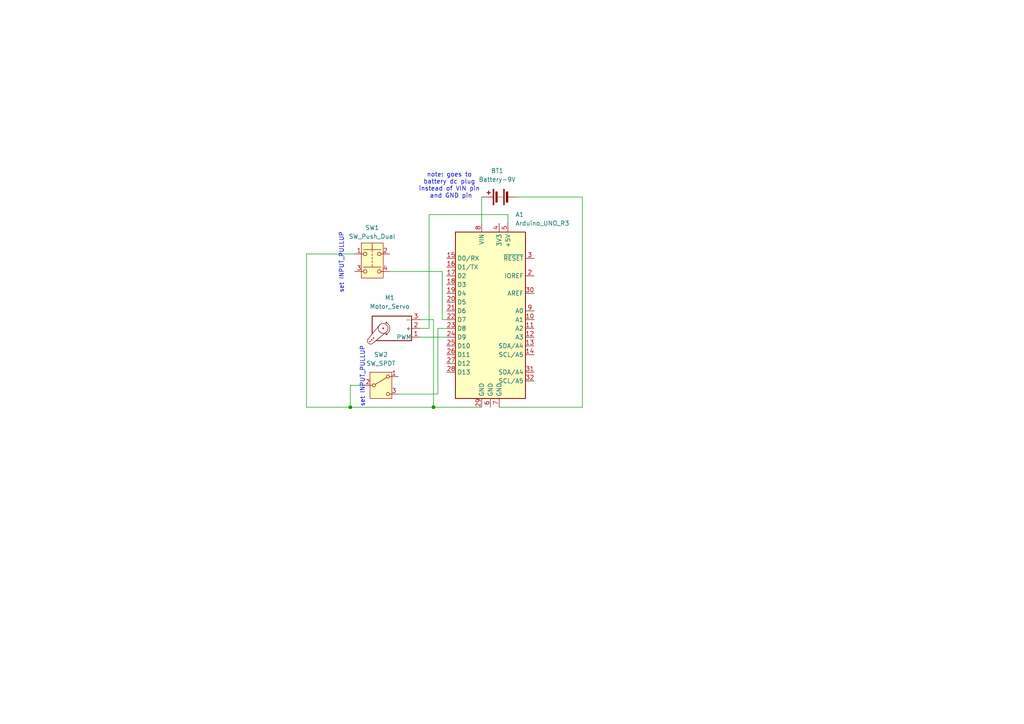
<source format=kicad_sch>
(kicad_sch (version 20250114) (generator "eeschema") (generator_version "9.0")
  (paper "A4")
  (lib_symbols
    (symbol "Device:Battery" (pin_numbers (hide yes)) (pin_names (offset 0) (hide yes))
      (property "Reference" "BT" (at 2.54 2.54 0))
      (property "Value" "Battery" (at 2.54 0 0))
      (symbol "Battery_0_1"
        (rectangle (start -2.286 1.778) (end 2.286 1.524) (fill (type outline)))
        (rectangle (start -2.286 -1.27) (end 2.286 -1.524) (fill (type outline)))
        (rectangle (start -1.524 1.016) (end 1.524 0.508) (fill (type outline)))
        (rectangle (start -1.524 -2.032) (end 1.524 -2.54) (fill (type outline)))
        (polyline (pts (xy 0 1.778) (xy 0 2.54)))
        (polyline (pts (xy 0 0) (xy 0 0.254)))
        (polyline (pts (xy 0 -0.508) (xy 0 -0.254)))
        (polyline (pts (xy 0 -1.016) (xy 0 -0.762)))
        (polyline (pts (xy 0.762 3.048) (xy 1.778 3.048)) (stroke (width 0.254)))
        (polyline (pts (xy 1.27 3.556) (xy 1.27 2.54)) (stroke (width 0.254)))
      )
      (symbol "Battery_1_1"
        (pin passive line (at 0 5.08 270) (length 2.54) (name "+") (number "1"))
        (pin passive line (at 0 -5.08 90) (length 2.54) (name "-") (number "2"))
      )
    )
    (symbol "MCU_Module:Arduino_UNO_R3"
      (property "Reference" "A" (at -10.16 23.495 0))
      (property "Value" "Arduino_UNO_R3" (at 5.08 -26.67 0))
      (symbol "Arduino_UNO_R3_0_1"
        (rectangle (start -10.16 22.86) (end 10.16 -25.4) (stroke (width 0.254)) (fill (type background)))
      )
      (symbol "Arduino_UNO_R3_1_1"
        (pin bidirectional line (at -12.7 15.24 0) (length 2.54) (name "D0/RX") (number "15"))
        (pin bidirectional line (at -12.7 12.7 0) (length 2.54) (name "D1/TX") (number "16"))
        (pin bidirectional line (at -12.7 10.16 0) (length 2.54) (name "D2") (number "17"))
        (pin bidirectional line (at -12.7 7.62 0) (length 2.54) (name "D3") (number "18"))
        (pin bidirectional line (at -12.7 5.08 0) (length 2.54) (name "D4") (number "19"))
        (pin bidirectional line (at -12.7 2.54 0) (length 2.54) (name "D5") (number "20"))
        (pin bidirectional line (at -12.7 0 0) (length 2.54) (name "D6") (number "21"))
        (pin bidirectional line (at -12.7 -2.54 0) (length 2.54) (name "D7") (number "22"))
        (pin bidirectional line (at -12.7 -5.08 0) (length 2.54) (name "D8") (number "23"))
        (pin bidirectional line (at -12.7 -7.62 0) (length 2.54) (name "D9") (number "24"))
        (pin bidirectional line (at -12.7 -10.16 0) (length 2.54) (name "D10") (number "25"))
        (pin bidirectional line (at -12.7 -12.7 0) (length 2.54) (name "D11") (number "26"))
        (pin bidirectional line (at -12.7 -15.24 0) (length 2.54) (name "D12") (number "27"))
        (pin bidirectional line (at -12.7 -17.78 0) (length 2.54) (name "D13") (number "28"))
        (pin no_connect line (at -10.16 -20.32 0) (length 2.54) (hide yes) (name "NC") (number "1"))
        (pin power_in line (at -2.54 25.4 270) (length 2.54) (name "VIN") (number "8"))
        (pin power_in line (at -2.54 -27.94 90) (length 2.54) (name "GND") (number "29"))
        (pin power_in line (at 0 -27.94 90) (length 2.54) (name "GND") (number "6"))
        (pin power_out line (at 2.54 25.4 270) (length 2.54) (name "3V3") (number "4"))
        (pin power_in line (at 2.54 -27.94 90) (length 2.54) (name "GND") (number "7"))
        (pin power_out line (at 5.08 25.4 270) (length 2.54) (name "+5V") (number "5"))
        (pin input line (at 12.7 15.24 180) (length 2.54) (name "~{RESET}") (number "3"))
        (pin output line (at 12.7 10.16 180) (length 2.54) (name "IOREF") (number "2"))
        (pin input line (at 12.7 5.08 180) (length 2.54) (name "AREF") (number "30"))
        (pin bidirectional line (at 12.7 0 180) (length 2.54) (name "A0") (number "9"))
        (pin bidirectional line (at 12.7 -2.54 180) (length 2.54) (name "A1") (number "10"))
        (pin bidirectional line (at 12.7 -5.08 180) (length 2.54) (name "A2") (number "11"))
        (pin bidirectional line (at 12.7 -7.62 180) (length 2.54) (name "A3") (number "12"))
        (pin bidirectional line (at 12.7 -10.16 180) (length 2.54) (name "SDA/A4") (number "13"))
        (pin bidirectional line (at 12.7 -12.7 180) (length 2.54) (name "SCL/A5") (number "14"))
        (pin bidirectional line (at 12.7 -17.78 180) (length 2.54) (name "SDA/A4") (number "31"))
        (pin bidirectional line (at 12.7 -20.32 180) (length 2.54) (name "SCL/A5") (number "32"))
      )
    )
    (symbol "Motor:Motor_Servo" (pin_names (offset 0.0254))
      (property "Reference" "M" (at -5.08 4.445 0))
      (property "Value" "Motor_Servo" (at -5.08 -4.064 0))
      (symbol "Motor_Servo_0_1"
        (polyline (pts (xy 2.413 1.778) (xy 1.905 1.778)))
        (polyline (pts (xy 2.413 1.778) (xy 2.286 1.397)))
        (polyline (pts (xy 2.413 -1.778) (xy 2.032 -1.778)))
        (polyline (pts (xy 2.413 -1.778) (xy 2.286 -1.397)))
        (arc (start 2.413 -1.778) (mid 1.2406 0) (end 2.413 1.778))
        (circle (center 3.175 0) (radius 0.1778))
        (circle (center 3.175 0) (radius 1.4224))
        (polyline (pts (xy 5.08 3.556) (xy -5.08 3.556) (xy -5.08 -3.556) (xy 6.35 -3.556) (xy 6.35 1.524)) (stroke (width 0.254)))
        (circle (center 5.969 2.794) (radius 0.127))
        (polyline (pts (xy 6.35 4.445) (xy 2.54 1.27)))
        (circle (center 6.477 3.302) (radius 0.127))
        (arc (start 6.35 4.445) (mid 7.4487 4.2737) (end 7.62 3.175))
        (circle (center 6.985 3.81) (radius 0.127))
        (polyline (pts (xy 7.62 3.175) (xy 4.191 -1.016)))
      )
      (symbol "Motor_Servo_1_1"
        (pin passive line (at -7.62 2.54 0) (length 2.54) (name "PWM") (number "1"))
        (pin passive line (at -7.62 0 0) (length 2.54) (name "+") (number "2"))
        (pin passive line (at -7.62 -2.54 0) (length 2.54) (name "-") (number "3"))
      )
    )
    (symbol "Switch:SW_Push_Dual" (pin_names (offset 1.016) (hide yes))
      (property "Reference" "SW" (at 0 7.62 0))
      (property "Value" "SW_Push_Dual" (at 0 -6.35 0))
      (symbol "SW_Push_Dual_0_1"
        (circle (center -2.032 2.54) (radius 0.508))
        (circle (center -2.032 -2.54) (radius 0.508))
        (polyline (pts (xy 0 3.81) (xy 0 5.588)))
        (polyline (pts (xy 0 3.048) (xy 0 3.556)))
        (polyline (pts (xy 0 2.032) (xy 0 2.54)))
        (polyline (pts (xy 0 1.016) (xy 0 1.524)))
        (polyline (pts (xy 0 0.508) (xy 0 0)))
        (polyline (pts (xy 0 -0.508) (xy 0 -1.016)))
        (circle (center 2.032 2.54) (radius 0.508))
        (circle (center 2.032 -2.54) (radius 0.508))
        (polyline (pts (xy 2.54 3.81) (xy -2.54 3.81)))
        (polyline (pts (xy 2.54 -1.27) (xy -2.54 -1.27)))
        (pin passive line (at -5.08 2.54 0) (length 2.54) (name "1") (number "1"))
        (pin passive line (at -5.08 -2.54 0) (length 2.54) (name "3") (number "3"))
        (pin passive line (at 5.08 2.54 180) (length 2.54) (name "2") (number "2"))
        (pin passive line (at 5.08 -2.54 180) (length 2.54) (name "4") (number "4"))
      )
      (symbol "SW_Push_Dual_1_1"
        (rectangle (start -3.175 5.715) (end 3.175 -4.445) (fill (type background)))
      )
    )
    (symbol "Switch:SW_SPDT" (pin_names (offset 0) (hide yes))
      (property "Reference" "SW" (at 0 5.08 0))
      (property "Value" "SW_SPDT" (at 0 -5.08 0))
      (symbol "SW_SPDT_0_1"
        (circle (center -2.032 0) (radius 0.4572))
        (polyline (pts (xy -1.651 0.254) (xy 1.651 2.286)))
        (circle (center 2.032 2.54) (radius 0.4572))
        (circle (center 2.032 -2.54) (radius 0.4572))
      )
      (symbol "SW_SPDT_1_1"
        (rectangle (start -3.175 3.81) (end 3.175 -3.81) (fill (type background)))
        (pin passive line (at -5.08 0 0) (length 2.54) (name "B") (number "2"))
        (pin passive line (at 5.08 2.54 180) (length 2.54) (name "A") (number "1"))
        (pin passive line (at 5.08 -2.54 180) (length 2.54) (name "C") (number "3"))
      )
    )
  )
  (text "note: goes to \nbattery dc plug \ninstead of VIN pin \nand GND pin" (at 130.81 53.848 0) (effects (font (size 1.27 1.27))))
  (text "set INPUT_PULLUP" (at 99.06 76.2 90) (effects (font (size 1.27 1.27))))
  (text "set INPUT_PULLUP" (at 105.156 109.22 90) (effects (font (size 1.27 1.27))))
  (junction (at 101.6 118.11))
  (junction (at 125.73 118.11))
  (wire (pts (xy 129.54 92.71) (xy 128.27 92.71)))
  (wire (pts (xy 88.9 118.11) (xy 101.6 118.11)))
  (wire (pts (xy 149.86 57.15) (xy 168.91 57.15)))
  (wire (pts (xy 121.92 92.71) (xy 125.73 92.71)))
  (wire (pts (xy 128.27 78.74) (xy 113.03 78.74)))
  (wire (pts (xy 121.92 97.79) (xy 129.54 97.79)))
  (wire (pts (xy 125.73 92.71) (xy 125.73 118.11)))
  (wire (pts (xy 168.91 118.11) (xy 144.78 118.11)))
  (wire (pts (xy 101.6 111.76) (xy 101.6 118.11)))
  (wire (pts (xy 127 114.3) (xy 127 95.25)))
  (wire (pts (xy 105.41 111.76) (xy 101.6 111.76)))
  (wire (pts (xy 147.32 62.23) (xy 147.32 64.77)))
  (wire (pts (xy 168.91 57.15) (xy 168.91 118.11)))
  (wire (pts (xy 139.7 57.15) (xy 139.7 64.77)))
  (wire (pts (xy 125.73 118.11) (xy 139.7 118.11)))
  (wire (pts (xy 88.9 73.66) (xy 88.9 118.11)))
  (wire (pts (xy 121.92 95.25) (xy 124.46 95.25)))
  (wire (pts (xy 88.9 73.66) (xy 102.87 73.66)))
  (wire (pts (xy 101.6 118.11) (xy 125.73 118.11)))
  (wire (pts (xy 128.27 78.74) (xy 128.27 92.71)))
  (wire (pts (xy 124.46 62.23) (xy 147.32 62.23)))
  (wire (pts (xy 127 95.25) (xy 129.54 95.25)))
  (wire (pts (xy 124.46 95.25) (xy 124.46 62.23)))
  (wire (pts (xy 115.57 114.3) (xy 127 114.3)))
  (symbol (lib_id "Switch:SW_Push_Dual") (at 107.95 76.2 0) (unit 1)
    (property "Reference" "SW1" (at 107.95 66.04 0))
    (property "Value" "SW_Push_Dual" (at 107.95 68.58 0))
    (property "Description" "Push button switch, generic, symbol, four pins" (effects (hide yes)))
  )
  (symbol (lib_id "Motor:Motor_Servo") (at 114.3 95.25 180) (unit 1)
    (property "Reference" "M1" (at 113.0439 86.36 0))
    (property "Value" "Motor_Servo" (at 113.0439 88.9 0))
    (property "Datasheet" "http://forums.parallax.com/uploads/attachments/46831/74481.png" (effects (hide yes)))
    (property "Description" "Servo Motor (Futaba, HiTec, JR connector)" (effects (hide yes)))
  )
  (symbol (lib_id "MCU_Module:Arduino_UNO_R3") (at 142.24 90.17 0) (unit 1)
    (property "Reference" "A1" (at 149.4633 62.23 0) (effects (justify left)))
    (property "Value" "Arduino_UNO_R3" (at 149.4633 64.77 0) (effects (justify left)))
    (property "Footprint" "Module:Arduino_UNO_R3" (effects (hide yes)))
    (property "Datasheet" "https://www.arduino.cc/en/Main/arduinoBoardUno" (effects (hide yes)))
    (property "Description" "Arduino UNO Microcontroller Module, release 3" (effects (hide yes)))
  )
  (symbol (lib_id "Device:Battery") (at 144.78 57.15 90) (unit 1)
    (property "Reference" "BT1" (at 144.2085 49.53 90))
    (property "Value" "Battery-9V" (at 144.2085 52.07 90))
    (property "Description" "Multiple-cell battery" (effects (hide yes)))
  )
  (symbol (lib_id "Switch:SW_SPDT") (at 110.49 111.76 0) (unit 1)
    (property "Reference" "SW2" (at 110.49 102.87 0))
    (property "Value" "SW_SPDT" (at 110.49 105.41 0))
    (property "Description" "Switch, single pole double throw" (effects (hide yes)))
  )
)
</source>
